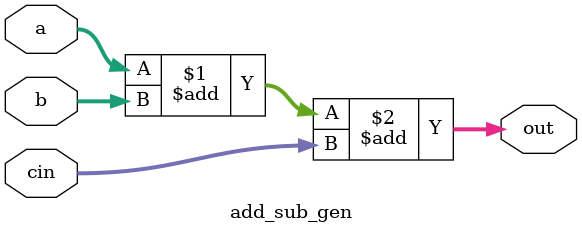
<source format=v>

module add_sub_gen
	#(parameter WIDTH=4)
	(
	output [WIDTH-1:0] out,
	input [WIDTH-1:0] a, b, cin
	);
	
assign out = a+b+cin;

endmodule
</source>
